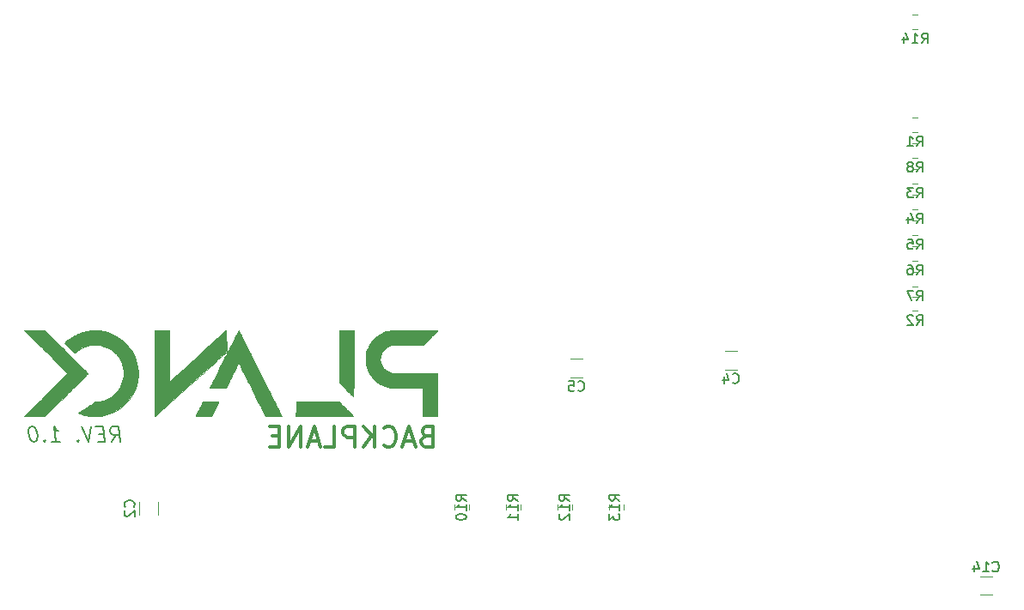
<source format=gbr>
G04 #@! TF.GenerationSoftware,KiCad,Pcbnew,(5.1.6-0-10_14)*
G04 #@! TF.CreationDate,2021-01-15T21:25:49+01:00*
G04 #@! TF.ProjectId,backplane,6261636b-706c-4616-9e65-2e6b69636164,rev?*
G04 #@! TF.SameCoordinates,Original*
G04 #@! TF.FileFunction,Legend,Bot*
G04 #@! TF.FilePolarity,Positive*
%FSLAX46Y46*%
G04 Gerber Fmt 4.6, Leading zero omitted, Abs format (unit mm)*
G04 Created by KiCad (PCBNEW (5.1.6-0-10_14)) date 2021-01-15 21:25:49*
%MOMM*%
%LPD*%
G01*
G04 APERTURE LIST*
%ADD10C,0.300000*%
%ADD11C,0.200000*%
%ADD12C,0.120000*%
%ADD13C,0.010000*%
%ADD14C,0.150000*%
G04 APERTURE END LIST*
D10*
X40826142Y-79867142D02*
X40540428Y-79962380D01*
X40445190Y-80057619D01*
X40349952Y-80248095D01*
X40349952Y-80533809D01*
X40445190Y-80724285D01*
X40540428Y-80819523D01*
X40730904Y-80914761D01*
X41492809Y-80914761D01*
X41492809Y-78914761D01*
X40826142Y-78914761D01*
X40635666Y-79010000D01*
X40540428Y-79105238D01*
X40445190Y-79295714D01*
X40445190Y-79486190D01*
X40540428Y-79676666D01*
X40635666Y-79771904D01*
X40826142Y-79867142D01*
X41492809Y-79867142D01*
X39588047Y-80343333D02*
X38635666Y-80343333D01*
X39778523Y-80914761D02*
X39111857Y-78914761D01*
X38445190Y-80914761D01*
X36635666Y-80724285D02*
X36730904Y-80819523D01*
X37016619Y-80914761D01*
X37207095Y-80914761D01*
X37492809Y-80819523D01*
X37683285Y-80629047D01*
X37778523Y-80438571D01*
X37873761Y-80057619D01*
X37873761Y-79771904D01*
X37778523Y-79390952D01*
X37683285Y-79200476D01*
X37492809Y-79010000D01*
X37207095Y-78914761D01*
X37016619Y-78914761D01*
X36730904Y-79010000D01*
X36635666Y-79105238D01*
X35778523Y-80914761D02*
X35778523Y-78914761D01*
X34635666Y-80914761D02*
X35492809Y-79771904D01*
X34635666Y-78914761D02*
X35778523Y-80057619D01*
X33778523Y-80914761D02*
X33778523Y-78914761D01*
X33016619Y-78914761D01*
X32826142Y-79010000D01*
X32730904Y-79105238D01*
X32635666Y-79295714D01*
X32635666Y-79581428D01*
X32730904Y-79771904D01*
X32826142Y-79867142D01*
X33016619Y-79962380D01*
X33778523Y-79962380D01*
X30826142Y-80914761D02*
X31778523Y-80914761D01*
X31778523Y-78914761D01*
X30254714Y-80343333D02*
X29302333Y-80343333D01*
X30445190Y-80914761D02*
X29778523Y-78914761D01*
X29111857Y-80914761D01*
X28445190Y-80914761D02*
X28445190Y-78914761D01*
X27302333Y-80914761D01*
X27302333Y-78914761D01*
X26349952Y-79867142D02*
X25683285Y-79867142D01*
X25397571Y-80914761D02*
X26349952Y-80914761D01*
X26349952Y-78914761D01*
X25397571Y-78914761D01*
D11*
X9807964Y-80434571D02*
X10218678Y-79720285D01*
X10665107Y-80434571D02*
X10477607Y-78934571D01*
X9906178Y-78934571D01*
X9772250Y-79006000D01*
X9709750Y-79077428D01*
X9656178Y-79220285D01*
X9682964Y-79434571D01*
X9772250Y-79577428D01*
X9852607Y-79648857D01*
X10004392Y-79720285D01*
X10575821Y-79720285D01*
X9066892Y-79648857D02*
X8566892Y-79648857D01*
X8450821Y-80434571D02*
X9165107Y-80434571D01*
X8977607Y-78934571D01*
X8263321Y-78934571D01*
X7834750Y-78934571D02*
X7522250Y-80434571D01*
X6834750Y-78934571D01*
X6504392Y-80291714D02*
X6441892Y-80363142D01*
X6522250Y-80434571D01*
X6584750Y-80363142D01*
X6504392Y-80291714D01*
X6522250Y-80434571D01*
X3879392Y-80434571D02*
X4736535Y-80434571D01*
X4307964Y-80434571D02*
X4120464Y-78934571D01*
X4290107Y-79148857D01*
X4450821Y-79291714D01*
X4602607Y-79363142D01*
X3218678Y-80291714D02*
X3156178Y-80363142D01*
X3236535Y-80434571D01*
X3299035Y-80363142D01*
X3218678Y-80291714D01*
X3236535Y-80434571D01*
X2049035Y-78934571D02*
X1906178Y-78934571D01*
X1772250Y-79006000D01*
X1709750Y-79077428D01*
X1656178Y-79220285D01*
X1620464Y-79506000D01*
X1665107Y-79863142D01*
X1772250Y-80148857D01*
X1861535Y-80291714D01*
X1941892Y-80363142D01*
X2093678Y-80434571D01*
X2236535Y-80434571D01*
X2370464Y-80363142D01*
X2432964Y-80291714D01*
X2486535Y-80148857D01*
X2522250Y-79863142D01*
X2477607Y-79506000D01*
X2370464Y-79220285D01*
X2281178Y-79077428D01*
X2200821Y-79006000D01*
X2049035Y-78934571D01*
D12*
G04 #@! TO.C,C2*
X12552000Y-86392936D02*
X12552000Y-87597064D01*
X14372000Y-86392936D02*
X14372000Y-87597064D01*
G04 #@! TO.C,C5*
X55023936Y-72242000D02*
X56228064Y-72242000D01*
X55023936Y-74062000D02*
X56228064Y-74062000D01*
G04 #@! TO.C,C4*
X70263936Y-71480000D02*
X71468064Y-71480000D01*
X70263936Y-73300000D02*
X71468064Y-73300000D01*
D13*
G04 #@! TO.C,G\u002A\u002A\u002A*
G36*
X39581830Y-69426165D02*
G01*
X39291312Y-69426435D01*
X39005728Y-69426875D01*
X38729272Y-69427485D01*
X38466141Y-69428263D01*
X38220530Y-69429205D01*
X37996634Y-69430311D01*
X37798649Y-69431579D01*
X37630769Y-69433006D01*
X37497191Y-69434592D01*
X37402110Y-69436334D01*
X37349722Y-69438231D01*
X37342737Y-69438859D01*
X37089264Y-69482929D01*
X36851109Y-69543631D01*
X36626115Y-69621839D01*
X36412125Y-69718423D01*
X36206981Y-69834256D01*
X36008525Y-69970207D01*
X35986904Y-69986508D01*
X35765936Y-70172247D01*
X35566875Y-70376263D01*
X35390244Y-70597732D01*
X35236559Y-70835833D01*
X35106343Y-71089744D01*
X35000113Y-71358643D01*
X34918391Y-71641707D01*
X34905728Y-71696792D01*
X34896185Y-71753793D01*
X34888308Y-71828522D01*
X34882099Y-71917552D01*
X34877561Y-72017457D01*
X34874697Y-72124809D01*
X34873509Y-72236182D01*
X34873998Y-72348149D01*
X34876169Y-72457283D01*
X34880022Y-72560157D01*
X34885561Y-72653345D01*
X34892787Y-72733420D01*
X34901704Y-72796955D01*
X34904937Y-72813333D01*
X34974775Y-73083184D01*
X35063529Y-73334824D01*
X35171949Y-73569739D01*
X35300783Y-73789415D01*
X35450783Y-73995336D01*
X35571972Y-74135554D01*
X35755088Y-74319991D01*
X35944324Y-74483724D01*
X36140303Y-74627088D01*
X36343648Y-74750415D01*
X36554979Y-74854038D01*
X36774919Y-74938292D01*
X37004091Y-75003508D01*
X37243116Y-75050020D01*
X37292621Y-75057171D01*
X37326139Y-75061479D01*
X37361274Y-75065155D01*
X37402049Y-75068249D01*
X37452487Y-75070811D01*
X37516610Y-75072890D01*
X37598440Y-75074537D01*
X37702001Y-75075802D01*
X37831315Y-75076735D01*
X37990404Y-75077385D01*
X38183291Y-75077804D01*
X38413998Y-75078040D01*
X38686549Y-75078144D01*
X38981317Y-75078167D01*
X40515976Y-75078167D01*
X40515976Y-77893333D01*
X41929843Y-77893333D01*
X41929843Y-73660553D01*
X39740830Y-73657631D01*
X37551816Y-73654708D01*
X37412766Y-73626888D01*
X37242245Y-73581629D01*
X37082976Y-73517336D01*
X36935738Y-73435664D01*
X36801315Y-73338268D01*
X36680488Y-73226804D01*
X36574037Y-73102927D01*
X36482746Y-72968293D01*
X36407394Y-72824557D01*
X36348765Y-72673374D01*
X36307639Y-72516401D01*
X36284798Y-72355292D01*
X36281024Y-72191704D01*
X36297098Y-72027290D01*
X36333802Y-71863708D01*
X36391917Y-71702611D01*
X36449192Y-71585927D01*
X36535106Y-71450980D01*
X36638528Y-71324763D01*
X36756826Y-71209336D01*
X36887371Y-71106757D01*
X37027532Y-71019086D01*
X37174679Y-70948381D01*
X37326182Y-70896702D01*
X37331401Y-70895298D01*
X37372143Y-70885124D01*
X37414958Y-70876410D01*
X37463849Y-70869043D01*
X37522816Y-70862911D01*
X37595861Y-70857900D01*
X37686985Y-70853897D01*
X37800190Y-70850789D01*
X37939478Y-70848463D01*
X38108849Y-70846806D01*
X38312306Y-70845705D01*
X38553850Y-70845047D01*
X38837482Y-70844718D01*
X39124850Y-70844611D01*
X40528379Y-70844390D01*
X41222910Y-70145753D01*
X41337266Y-70030695D01*
X41445978Y-69921265D01*
X41547489Y-69819034D01*
X41640242Y-69725571D01*
X41722680Y-69642449D01*
X41793246Y-69571236D01*
X41850383Y-69513504D01*
X41892534Y-69470823D01*
X41918142Y-69444762D01*
X41925709Y-69436891D01*
X41903235Y-69434972D01*
X41835348Y-69433246D01*
X41726246Y-69431710D01*
X41580122Y-69430363D01*
X41401173Y-69429203D01*
X41193593Y-69428228D01*
X40961579Y-69427436D01*
X40709326Y-69426826D01*
X40441029Y-69426396D01*
X40160884Y-69426144D01*
X39873085Y-69426067D01*
X39581830Y-69426165D01*
G37*
X39581830Y-69426165D02*
X39291312Y-69426435D01*
X39005728Y-69426875D01*
X38729272Y-69427485D01*
X38466141Y-69428263D01*
X38220530Y-69429205D01*
X37996634Y-69430311D01*
X37798649Y-69431579D01*
X37630769Y-69433006D01*
X37497191Y-69434592D01*
X37402110Y-69436334D01*
X37349722Y-69438231D01*
X37342737Y-69438859D01*
X37089264Y-69482929D01*
X36851109Y-69543631D01*
X36626115Y-69621839D01*
X36412125Y-69718423D01*
X36206981Y-69834256D01*
X36008525Y-69970207D01*
X35986904Y-69986508D01*
X35765936Y-70172247D01*
X35566875Y-70376263D01*
X35390244Y-70597732D01*
X35236559Y-70835833D01*
X35106343Y-71089744D01*
X35000113Y-71358643D01*
X34918391Y-71641707D01*
X34905728Y-71696792D01*
X34896185Y-71753793D01*
X34888308Y-71828522D01*
X34882099Y-71917552D01*
X34877561Y-72017457D01*
X34874697Y-72124809D01*
X34873509Y-72236182D01*
X34873998Y-72348149D01*
X34876169Y-72457283D01*
X34880022Y-72560157D01*
X34885561Y-72653345D01*
X34892787Y-72733420D01*
X34901704Y-72796955D01*
X34904937Y-72813333D01*
X34974775Y-73083184D01*
X35063529Y-73334824D01*
X35171949Y-73569739D01*
X35300783Y-73789415D01*
X35450783Y-73995336D01*
X35571972Y-74135554D01*
X35755088Y-74319991D01*
X35944324Y-74483724D01*
X36140303Y-74627088D01*
X36343648Y-74750415D01*
X36554979Y-74854038D01*
X36774919Y-74938292D01*
X37004091Y-75003508D01*
X37243116Y-75050020D01*
X37292621Y-75057171D01*
X37326139Y-75061479D01*
X37361274Y-75065155D01*
X37402049Y-75068249D01*
X37452487Y-75070811D01*
X37516610Y-75072890D01*
X37598440Y-75074537D01*
X37702001Y-75075802D01*
X37831315Y-75076735D01*
X37990404Y-75077385D01*
X38183291Y-75077804D01*
X38413998Y-75078040D01*
X38686549Y-75078144D01*
X38981317Y-75078167D01*
X40515976Y-75078167D01*
X40515976Y-77893333D01*
X41929843Y-77893333D01*
X41929843Y-73660553D01*
X39740830Y-73657631D01*
X37551816Y-73654708D01*
X37412766Y-73626888D01*
X37242245Y-73581629D01*
X37082976Y-73517336D01*
X36935738Y-73435664D01*
X36801315Y-73338268D01*
X36680488Y-73226804D01*
X36574037Y-73102927D01*
X36482746Y-72968293D01*
X36407394Y-72824557D01*
X36348765Y-72673374D01*
X36307639Y-72516401D01*
X36284798Y-72355292D01*
X36281024Y-72191704D01*
X36297098Y-72027290D01*
X36333802Y-71863708D01*
X36391917Y-71702611D01*
X36449192Y-71585927D01*
X36535106Y-71450980D01*
X36638528Y-71324763D01*
X36756826Y-71209336D01*
X36887371Y-71106757D01*
X37027532Y-71019086D01*
X37174679Y-70948381D01*
X37326182Y-70896702D01*
X37331401Y-70895298D01*
X37372143Y-70885124D01*
X37414958Y-70876410D01*
X37463849Y-70869043D01*
X37522816Y-70862911D01*
X37595861Y-70857900D01*
X37686985Y-70853897D01*
X37800190Y-70850789D01*
X37939478Y-70848463D01*
X38108849Y-70846806D01*
X38312306Y-70845705D01*
X38553850Y-70845047D01*
X38837482Y-70844718D01*
X39124850Y-70844611D01*
X40528379Y-70844390D01*
X41222910Y-70145753D01*
X41337266Y-70030695D01*
X41445978Y-69921265D01*
X41547489Y-69819034D01*
X41640242Y-69725571D01*
X41722680Y-69642449D01*
X41793246Y-69571236D01*
X41850383Y-69513504D01*
X41892534Y-69470823D01*
X41918142Y-69444762D01*
X41925709Y-69436891D01*
X41903235Y-69434972D01*
X41835348Y-69433246D01*
X41726246Y-69431710D01*
X41580122Y-69430363D01*
X41401173Y-69429203D01*
X41193593Y-69428228D01*
X40961579Y-69427436D01*
X40709326Y-69426826D01*
X40441029Y-69426396D01*
X40160884Y-69426144D01*
X39873085Y-69426067D01*
X39581830Y-69426165D01*
G36*
X31148405Y-76476727D02*
G01*
X30869000Y-76476917D01*
X30546566Y-76477247D01*
X30178001Y-76477692D01*
X30129739Y-76477753D01*
X28002011Y-76480458D01*
X27995634Y-77186896D01*
X27989258Y-77893333D01*
X30817168Y-77893333D01*
X31187249Y-77893256D01*
X31543195Y-77893031D01*
X31881897Y-77892667D01*
X32200244Y-77892176D01*
X32495125Y-77891567D01*
X32763432Y-77890849D01*
X33002053Y-77890032D01*
X33207879Y-77889127D01*
X33377799Y-77888144D01*
X33508703Y-77887091D01*
X33597481Y-77885980D01*
X33641023Y-77884819D01*
X33645078Y-77884337D01*
X33635625Y-77873333D01*
X33608305Y-77844439D01*
X33564673Y-77799240D01*
X33506287Y-77739323D01*
X33434703Y-77666272D01*
X33351477Y-77581675D01*
X33258166Y-77487118D01*
X33156327Y-77384185D01*
X33047516Y-77274464D01*
X32967343Y-77193774D01*
X32854131Y-77079888D01*
X32746390Y-76971441D01*
X32645722Y-76870047D01*
X32553728Y-76777325D01*
X32472011Y-76694890D01*
X32402172Y-76624358D01*
X32345812Y-76567346D01*
X32304535Y-76525470D01*
X32279940Y-76500348D01*
X32273537Y-76493628D01*
X32268647Y-76490362D01*
X32257934Y-76487509D01*
X32238298Y-76485048D01*
X32206636Y-76482956D01*
X32159850Y-76481209D01*
X32094839Y-76479785D01*
X32008501Y-76478660D01*
X31897737Y-76477812D01*
X31759446Y-76477217D01*
X31590527Y-76476854D01*
X31387880Y-76476698D01*
X31148405Y-76476727D01*
G37*
X31148405Y-76476727D02*
X30869000Y-76476917D01*
X30546566Y-76477247D01*
X30178001Y-76477692D01*
X30129739Y-76477753D01*
X28002011Y-76480458D01*
X27995634Y-77186896D01*
X27989258Y-77893333D01*
X30817168Y-77893333D01*
X31187249Y-77893256D01*
X31543195Y-77893031D01*
X31881897Y-77892667D01*
X32200244Y-77892176D01*
X32495125Y-77891567D01*
X32763432Y-77890849D01*
X33002053Y-77890032D01*
X33207879Y-77889127D01*
X33377799Y-77888144D01*
X33508703Y-77887091D01*
X33597481Y-77885980D01*
X33641023Y-77884819D01*
X33645078Y-77884337D01*
X33635625Y-77873333D01*
X33608305Y-77844439D01*
X33564673Y-77799240D01*
X33506287Y-77739323D01*
X33434703Y-77666272D01*
X33351477Y-77581675D01*
X33258166Y-77487118D01*
X33156327Y-77384185D01*
X33047516Y-77274464D01*
X32967343Y-77193774D01*
X32854131Y-77079888D01*
X32746390Y-76971441D01*
X32645722Y-76870047D01*
X32553728Y-76777325D01*
X32472011Y-76694890D01*
X32402172Y-76624358D01*
X32345812Y-76567346D01*
X32304535Y-76525470D01*
X32279940Y-76500348D01*
X32273537Y-76493628D01*
X32268647Y-76490362D01*
X32257934Y-76487509D01*
X32238298Y-76485048D01*
X32206636Y-76482956D01*
X32159850Y-76481209D01*
X32094839Y-76479785D01*
X32008501Y-76478660D01*
X31897737Y-76477812D01*
X31759446Y-76477217D01*
X31590527Y-76476854D01*
X31387880Y-76476698D01*
X31148405Y-76476727D01*
G36*
X22329831Y-69454967D02*
G01*
X22313235Y-69483741D01*
X22287536Y-69530856D01*
X22253341Y-69595130D01*
X22211259Y-69675382D01*
X22161898Y-69770429D01*
X22105867Y-69879091D01*
X22043774Y-70000186D01*
X21976226Y-70132533D01*
X21903833Y-70274950D01*
X21827202Y-70426256D01*
X21746942Y-70585268D01*
X21663661Y-70750806D01*
X21617536Y-70842715D01*
X21515328Y-71046549D01*
X21404497Y-71267570D01*
X21286782Y-71502313D01*
X21163919Y-71747317D01*
X21037644Y-71999117D01*
X20909695Y-72254251D01*
X20781807Y-72509255D01*
X20655719Y-72760667D01*
X20533166Y-73005023D01*
X20415886Y-73238860D01*
X20305615Y-73458715D01*
X20209963Y-73649417D01*
X20125322Y-73818255D01*
X20043591Y-73981476D01*
X19965368Y-74137873D01*
X19891252Y-74286242D01*
X19821842Y-74425377D01*
X19757737Y-74554073D01*
X19699536Y-74671126D01*
X19647837Y-74775329D01*
X19603241Y-74865478D01*
X19566345Y-74940368D01*
X19537748Y-74998794D01*
X19518050Y-75039550D01*
X19507849Y-75061431D01*
X19506496Y-75064937D01*
X19516961Y-75068762D01*
X19551147Y-75071827D01*
X19613152Y-75074201D01*
X19707076Y-75075952D01*
X19837017Y-75077148D01*
X20007076Y-75077858D01*
X20221350Y-75078150D01*
X20298484Y-75078167D01*
X20518264Y-75078096D01*
X20693536Y-75077807D01*
X20829404Y-75077181D01*
X20930969Y-75076101D01*
X21003333Y-75074449D01*
X21051599Y-75072109D01*
X21080869Y-75068962D01*
X21096244Y-75064892D01*
X21102827Y-75059780D01*
X21102918Y-75059646D01*
X21109587Y-75047073D01*
X21125906Y-75015105D01*
X21151218Y-74965049D01*
X21184868Y-74898215D01*
X21226201Y-74815912D01*
X21274561Y-74719447D01*
X21329292Y-74610132D01*
X21389740Y-74489273D01*
X21455248Y-74358181D01*
X21525161Y-74218163D01*
X21598824Y-74070529D01*
X21675581Y-73916588D01*
X21717662Y-73832148D01*
X21795668Y-73675943D01*
X21871018Y-73525739D01*
X21943058Y-73382808D01*
X22011130Y-73248421D01*
X22074579Y-73123853D01*
X22132749Y-73010373D01*
X22184984Y-72909255D01*
X22230628Y-72821771D01*
X22269025Y-72749192D01*
X22299520Y-72692792D01*
X22321455Y-72653841D01*
X22334176Y-72633613D01*
X22337037Y-72630940D01*
X22349909Y-72644419D01*
X22368445Y-72672975D01*
X22389005Y-72710891D01*
X22392550Y-72718083D01*
X22403704Y-72740671D01*
X22424698Y-72782774D01*
X22454938Y-72843213D01*
X22493831Y-72920809D01*
X22540783Y-73014386D01*
X22595202Y-73122763D01*
X22656493Y-73244762D01*
X22724063Y-73379205D01*
X22797320Y-73524914D01*
X22875668Y-73680709D01*
X22958516Y-73845413D01*
X23045270Y-74017847D01*
X23135336Y-74196833D01*
X23228121Y-74381191D01*
X23323031Y-74569744D01*
X23419474Y-74761312D01*
X23516856Y-74954718D01*
X23614583Y-75148783D01*
X23712062Y-75342329D01*
X23808700Y-75534176D01*
X23903903Y-75723148D01*
X23997078Y-75908064D01*
X24087632Y-76087746D01*
X24174971Y-76261017D01*
X24258501Y-76426697D01*
X24337630Y-76583608D01*
X24411764Y-76730572D01*
X24480310Y-76866410D01*
X24542674Y-76989944D01*
X24598263Y-77099994D01*
X24646483Y-77195383D01*
X24686741Y-77274933D01*
X24718444Y-77337464D01*
X24719878Y-77340287D01*
X25000644Y-77893199D01*
X25788193Y-77893266D01*
X25980180Y-77893088D01*
X26155250Y-77892554D01*
X26307509Y-77891709D01*
X26431062Y-77890601D01*
X26520018Y-77889279D01*
X26568482Y-77887790D01*
X26575742Y-77886921D01*
X26570654Y-77875933D01*
X26555828Y-77845564D01*
X26531920Y-77797127D01*
X26499585Y-77731939D01*
X26459480Y-77651313D01*
X26412261Y-77556566D01*
X26358584Y-77449011D01*
X26299104Y-77329965D01*
X26234478Y-77200741D01*
X26165361Y-77062656D01*
X26092410Y-76917023D01*
X26016280Y-76765158D01*
X25991032Y-76714817D01*
X25903391Y-76540094D01*
X25807006Y-76347940D01*
X25703515Y-76141621D01*
X25594557Y-75924403D01*
X25481770Y-75699553D01*
X25366792Y-75470337D01*
X25251262Y-75240021D01*
X25136819Y-75011871D01*
X25025101Y-74789155D01*
X24917747Y-74575139D01*
X24816394Y-74373088D01*
X24753333Y-74247375D01*
X24670201Y-74081624D01*
X24577932Y-73897617D01*
X24477751Y-73697797D01*
X24370883Y-73484606D01*
X24258551Y-73260488D01*
X24141981Y-73027887D01*
X24022396Y-72789245D01*
X23901020Y-72547005D01*
X23779079Y-72303612D01*
X23657795Y-72061508D01*
X23538394Y-71823136D01*
X23422100Y-71590940D01*
X23310136Y-71367362D01*
X23226022Y-71199375D01*
X23131538Y-71010797D01*
X23039725Y-70827809D01*
X22951129Y-70651483D01*
X22866293Y-70482894D01*
X22785761Y-70323113D01*
X22710078Y-70173215D01*
X22639787Y-70034271D01*
X22575433Y-69907355D01*
X22517560Y-69793540D01*
X22466712Y-69693899D01*
X22423433Y-69609505D01*
X22388267Y-69541431D01*
X22361759Y-69490749D01*
X22344452Y-69458534D01*
X22336890Y-69445857D01*
X22336716Y-69445715D01*
X22329831Y-69454967D01*
G37*
X22329831Y-69454967D02*
X22313235Y-69483741D01*
X22287536Y-69530856D01*
X22253341Y-69595130D01*
X22211259Y-69675382D01*
X22161898Y-69770429D01*
X22105867Y-69879091D01*
X22043774Y-70000186D01*
X21976226Y-70132533D01*
X21903833Y-70274950D01*
X21827202Y-70426256D01*
X21746942Y-70585268D01*
X21663661Y-70750806D01*
X21617536Y-70842715D01*
X21515328Y-71046549D01*
X21404497Y-71267570D01*
X21286782Y-71502313D01*
X21163919Y-71747317D01*
X21037644Y-71999117D01*
X20909695Y-72254251D01*
X20781807Y-72509255D01*
X20655719Y-72760667D01*
X20533166Y-73005023D01*
X20415886Y-73238860D01*
X20305615Y-73458715D01*
X20209963Y-73649417D01*
X20125322Y-73818255D01*
X20043591Y-73981476D01*
X19965368Y-74137873D01*
X19891252Y-74286242D01*
X19821842Y-74425377D01*
X19757737Y-74554073D01*
X19699536Y-74671126D01*
X19647837Y-74775329D01*
X19603241Y-74865478D01*
X19566345Y-74940368D01*
X19537748Y-74998794D01*
X19518050Y-75039550D01*
X19507849Y-75061431D01*
X19506496Y-75064937D01*
X19516961Y-75068762D01*
X19551147Y-75071827D01*
X19613152Y-75074201D01*
X19707076Y-75075952D01*
X19837017Y-75077148D01*
X20007076Y-75077858D01*
X20221350Y-75078150D01*
X20298484Y-75078167D01*
X20518264Y-75078096D01*
X20693536Y-75077807D01*
X20829404Y-75077181D01*
X20930969Y-75076101D01*
X21003333Y-75074449D01*
X21051599Y-75072109D01*
X21080869Y-75068962D01*
X21096244Y-75064892D01*
X21102827Y-75059780D01*
X21102918Y-75059646D01*
X21109587Y-75047073D01*
X21125906Y-75015105D01*
X21151218Y-74965049D01*
X21184868Y-74898215D01*
X21226201Y-74815912D01*
X21274561Y-74719447D01*
X21329292Y-74610132D01*
X21389740Y-74489273D01*
X21455248Y-74358181D01*
X21525161Y-74218163D01*
X21598824Y-74070529D01*
X21675581Y-73916588D01*
X21717662Y-73832148D01*
X21795668Y-73675943D01*
X21871018Y-73525739D01*
X21943058Y-73382808D01*
X22011130Y-73248421D01*
X22074579Y-73123853D01*
X22132749Y-73010373D01*
X22184984Y-72909255D01*
X22230628Y-72821771D01*
X22269025Y-72749192D01*
X22299520Y-72692792D01*
X22321455Y-72653841D01*
X22334176Y-72633613D01*
X22337037Y-72630940D01*
X22349909Y-72644419D01*
X22368445Y-72672975D01*
X22389005Y-72710891D01*
X22392550Y-72718083D01*
X22403704Y-72740671D01*
X22424698Y-72782774D01*
X22454938Y-72843213D01*
X22493831Y-72920809D01*
X22540783Y-73014386D01*
X22595202Y-73122763D01*
X22656493Y-73244762D01*
X22724063Y-73379205D01*
X22797320Y-73524914D01*
X22875668Y-73680709D01*
X22958516Y-73845413D01*
X23045270Y-74017847D01*
X23135336Y-74196833D01*
X23228121Y-74381191D01*
X23323031Y-74569744D01*
X23419474Y-74761312D01*
X23516856Y-74954718D01*
X23614583Y-75148783D01*
X23712062Y-75342329D01*
X23808700Y-75534176D01*
X23903903Y-75723148D01*
X23997078Y-75908064D01*
X24087632Y-76087746D01*
X24174971Y-76261017D01*
X24258501Y-76426697D01*
X24337630Y-76583608D01*
X24411764Y-76730572D01*
X24480310Y-76866410D01*
X24542674Y-76989944D01*
X24598263Y-77099994D01*
X24646483Y-77195383D01*
X24686741Y-77274933D01*
X24718444Y-77337464D01*
X24719878Y-77340287D01*
X25000644Y-77893199D01*
X25788193Y-77893266D01*
X25980180Y-77893088D01*
X26155250Y-77892554D01*
X26307509Y-77891709D01*
X26431062Y-77890601D01*
X26520018Y-77889279D01*
X26568482Y-77887790D01*
X26575742Y-77886921D01*
X26570654Y-77875933D01*
X26555828Y-77845564D01*
X26531920Y-77797127D01*
X26499585Y-77731939D01*
X26459480Y-77651313D01*
X26412261Y-77556566D01*
X26358584Y-77449011D01*
X26299104Y-77329965D01*
X26234478Y-77200741D01*
X26165361Y-77062656D01*
X26092410Y-76917023D01*
X26016280Y-76765158D01*
X25991032Y-76714817D01*
X25903391Y-76540094D01*
X25807006Y-76347940D01*
X25703515Y-76141621D01*
X25594557Y-75924403D01*
X25481770Y-75699553D01*
X25366792Y-75470337D01*
X25251262Y-75240021D01*
X25136819Y-75011871D01*
X25025101Y-74789155D01*
X24917747Y-74575139D01*
X24816394Y-74373088D01*
X24753333Y-74247375D01*
X24670201Y-74081624D01*
X24577932Y-73897617D01*
X24477751Y-73697797D01*
X24370883Y-73484606D01*
X24258551Y-73260488D01*
X24141981Y-73027887D01*
X24022396Y-72789245D01*
X23901020Y-72547005D01*
X23779079Y-72303612D01*
X23657795Y-72061508D01*
X23538394Y-71823136D01*
X23422100Y-71590940D01*
X23310136Y-71367362D01*
X23226022Y-71199375D01*
X23131538Y-71010797D01*
X23039725Y-70827809D01*
X22951129Y-70651483D01*
X22866293Y-70482894D01*
X22785761Y-70323113D01*
X22710078Y-70173215D01*
X22639787Y-70034271D01*
X22575433Y-69907355D01*
X22517560Y-69793540D01*
X22466712Y-69693899D01*
X22423433Y-69609505D01*
X22388267Y-69541431D01*
X22361759Y-69490749D01*
X22344452Y-69458534D01*
X22336890Y-69445857D01*
X22336716Y-69445715D01*
X22329831Y-69454967D01*
G36*
X19370297Y-76475629D02*
G01*
X19210782Y-76476264D01*
X19067743Y-76477246D01*
X18948523Y-76478577D01*
X18860462Y-76480253D01*
X18810903Y-76482276D01*
X18802813Y-76483444D01*
X18795810Y-76494821D01*
X18779486Y-76524821D01*
X18754893Y-76571368D01*
X18723085Y-76632387D01*
X18685115Y-76705801D01*
X18642038Y-76789535D01*
X18594906Y-76881514D01*
X18544773Y-76979661D01*
X18492693Y-77081900D01*
X18439719Y-77186157D01*
X18386906Y-77290355D01*
X18335305Y-77392419D01*
X18285971Y-77490272D01*
X18239958Y-77581840D01*
X18198319Y-77665046D01*
X18162107Y-77737815D01*
X18132377Y-77798070D01*
X18110181Y-77843737D01*
X18096573Y-77872740D01*
X18092539Y-77882846D01*
X18117021Y-77886009D01*
X18189207Y-77888640D01*
X18307206Y-77890712D01*
X18469126Y-77892201D01*
X18673075Y-77893081D01*
X18886289Y-77893333D01*
X19079059Y-77893075D01*
X19254935Y-77892344D01*
X19408047Y-77891204D01*
X19532522Y-77889717D01*
X19622492Y-77887948D01*
X19672087Y-77885959D01*
X19680039Y-77884746D01*
X19685070Y-77873190D01*
X19699598Y-77842654D01*
X19722775Y-77794862D01*
X19753754Y-77731536D01*
X19791686Y-77654397D01*
X19835724Y-77565170D01*
X19885020Y-77465575D01*
X19938726Y-77357336D01*
X19995994Y-77242175D01*
X20025109Y-77183720D01*
X20083630Y-77065831D01*
X20138684Y-76954030D01*
X20189454Y-76850039D01*
X20235121Y-76755576D01*
X20274866Y-76672362D01*
X20307872Y-76602117D01*
X20333318Y-76546560D01*
X20350387Y-76507410D01*
X20358261Y-76486389D01*
X20358509Y-76483224D01*
X20331499Y-76481033D01*
X20262229Y-76479199D01*
X20158040Y-76477721D01*
X20026276Y-76476597D01*
X19874277Y-76475827D01*
X19709387Y-76475410D01*
X19538946Y-76475344D01*
X19370297Y-76475629D01*
G37*
X19370297Y-76475629D02*
X19210782Y-76476264D01*
X19067743Y-76477246D01*
X18948523Y-76478577D01*
X18860462Y-76480253D01*
X18810903Y-76482276D01*
X18802813Y-76483444D01*
X18795810Y-76494821D01*
X18779486Y-76524821D01*
X18754893Y-76571368D01*
X18723085Y-76632387D01*
X18685115Y-76705801D01*
X18642038Y-76789535D01*
X18594906Y-76881514D01*
X18544773Y-76979661D01*
X18492693Y-77081900D01*
X18439719Y-77186157D01*
X18386906Y-77290355D01*
X18335305Y-77392419D01*
X18285971Y-77490272D01*
X18239958Y-77581840D01*
X18198319Y-77665046D01*
X18162107Y-77737815D01*
X18132377Y-77798070D01*
X18110181Y-77843737D01*
X18096573Y-77872740D01*
X18092539Y-77882846D01*
X18117021Y-77886009D01*
X18189207Y-77888640D01*
X18307206Y-77890712D01*
X18469126Y-77892201D01*
X18673075Y-77893081D01*
X18886289Y-77893333D01*
X19079059Y-77893075D01*
X19254935Y-77892344D01*
X19408047Y-77891204D01*
X19532522Y-77889717D01*
X19622492Y-77887948D01*
X19672087Y-77885959D01*
X19680039Y-77884746D01*
X19685070Y-77873190D01*
X19699598Y-77842654D01*
X19722775Y-77794862D01*
X19753754Y-77731536D01*
X19791686Y-77654397D01*
X19835724Y-77565170D01*
X19885020Y-77465575D01*
X19938726Y-77357336D01*
X19995994Y-77242175D01*
X20025109Y-77183720D01*
X20083630Y-77065831D01*
X20138684Y-76954030D01*
X20189454Y-76850039D01*
X20235121Y-76755576D01*
X20274866Y-76672362D01*
X20307872Y-76602117D01*
X20333318Y-76546560D01*
X20350387Y-76507410D01*
X20358261Y-76486389D01*
X20358509Y-76483224D01*
X20331499Y-76481033D01*
X20262229Y-76479199D01*
X20158040Y-76477721D01*
X20026276Y-76476597D01*
X19874277Y-76475827D01*
X19709387Y-76475410D01*
X19538946Y-76475344D01*
X19370297Y-76475629D01*
G36*
X14074179Y-73660000D02*
G01*
X14074196Y-73958116D01*
X14074244Y-74250821D01*
X14074323Y-74537405D01*
X14074431Y-74817160D01*
X14074568Y-75089377D01*
X14074733Y-75353348D01*
X14074923Y-75608365D01*
X14075139Y-75853719D01*
X14075379Y-76088702D01*
X14075643Y-76312605D01*
X14075928Y-76524719D01*
X14076233Y-76724337D01*
X14076559Y-76910750D01*
X14076903Y-77083249D01*
X14077265Y-77241126D01*
X14077643Y-77383673D01*
X14078036Y-77510181D01*
X14078444Y-77619941D01*
X14078864Y-77712246D01*
X14079297Y-77786386D01*
X14079740Y-77841653D01*
X14080194Y-77877339D01*
X14080656Y-77892736D01*
X14080767Y-77893333D01*
X14092822Y-77884224D01*
X14122650Y-77858803D01*
X14166997Y-77819928D01*
X14222606Y-77770459D01*
X14286223Y-77713255D01*
X14300670Y-77700187D01*
X14331313Y-77672539D01*
X14382228Y-77626723D01*
X14452362Y-77563685D01*
X14540663Y-77484368D01*
X14646078Y-77389718D01*
X14767554Y-77280677D01*
X14904039Y-77158191D01*
X15054481Y-77023204D01*
X15217826Y-76876660D01*
X15393022Y-76719504D01*
X15579016Y-76552679D01*
X15774756Y-76377131D01*
X15979189Y-76193803D01*
X16191262Y-76003640D01*
X16409924Y-75807586D01*
X16634120Y-75606586D01*
X16862799Y-75401583D01*
X16969754Y-75305708D01*
X17210256Y-75090123D01*
X17452275Y-74873174D01*
X17694378Y-74656148D01*
X17935131Y-74440329D01*
X18173102Y-74227002D01*
X18406857Y-74017452D01*
X18634962Y-73812963D01*
X18855986Y-73614821D01*
X19068494Y-73424311D01*
X19271053Y-73242716D01*
X19462231Y-73071323D01*
X19640593Y-72911416D01*
X19804707Y-72764280D01*
X19953139Y-72631199D01*
X20084456Y-72513459D01*
X20197225Y-72412345D01*
X20284636Y-72333962D01*
X21143751Y-71563549D01*
X21131113Y-69428299D01*
X18552311Y-71742587D01*
X18316803Y-71953936D01*
X18085526Y-72161483D01*
X17859489Y-72364325D01*
X17639698Y-72561558D01*
X17427162Y-72752275D01*
X17222890Y-72935574D01*
X17027889Y-73110549D01*
X16843167Y-73276296D01*
X16669733Y-73431910D01*
X16508595Y-73576487D01*
X16360760Y-73709123D01*
X16227238Y-73828912D01*
X16109036Y-73934950D01*
X16007161Y-74026334D01*
X15922623Y-74102157D01*
X15856430Y-74161516D01*
X15809589Y-74203507D01*
X15784243Y-74226208D01*
X15719015Y-74284570D01*
X15657787Y-74339357D01*
X15605183Y-74386433D01*
X15565825Y-74421659D01*
X15547714Y-74437875D01*
X15542611Y-74442171D01*
X15537886Y-74445052D01*
X15533523Y-74445740D01*
X15529504Y-74443458D01*
X15525814Y-74437429D01*
X15522435Y-74426876D01*
X15519351Y-74411021D01*
X15516545Y-74389087D01*
X15514001Y-74360298D01*
X15511700Y-74323875D01*
X15509628Y-74279042D01*
X15507766Y-74225022D01*
X15506099Y-74161037D01*
X15504609Y-74086310D01*
X15503280Y-74000065D01*
X15502095Y-73901523D01*
X15501037Y-73789908D01*
X15500090Y-73664443D01*
X15499236Y-73524350D01*
X15498460Y-73368852D01*
X15497744Y-73197173D01*
X15497072Y-73008534D01*
X15496426Y-72802158D01*
X15495791Y-72577270D01*
X15495148Y-72333090D01*
X15494483Y-72068843D01*
X15494197Y-71953437D01*
X15487944Y-69426667D01*
X14074179Y-69426667D01*
X14074179Y-73660000D01*
G37*
X14074179Y-73660000D02*
X14074196Y-73958116D01*
X14074244Y-74250821D01*
X14074323Y-74537405D01*
X14074431Y-74817160D01*
X14074568Y-75089377D01*
X14074733Y-75353348D01*
X14074923Y-75608365D01*
X14075139Y-75853719D01*
X14075379Y-76088702D01*
X14075643Y-76312605D01*
X14075928Y-76524719D01*
X14076233Y-76724337D01*
X14076559Y-76910750D01*
X14076903Y-77083249D01*
X14077265Y-77241126D01*
X14077643Y-77383673D01*
X14078036Y-77510181D01*
X14078444Y-77619941D01*
X14078864Y-77712246D01*
X14079297Y-77786386D01*
X14079740Y-77841653D01*
X14080194Y-77877339D01*
X14080656Y-77892736D01*
X14080767Y-77893333D01*
X14092822Y-77884224D01*
X14122650Y-77858803D01*
X14166997Y-77819928D01*
X14222606Y-77770459D01*
X14286223Y-77713255D01*
X14300670Y-77700187D01*
X14331313Y-77672539D01*
X14382228Y-77626723D01*
X14452362Y-77563685D01*
X14540663Y-77484368D01*
X14646078Y-77389718D01*
X14767554Y-77280677D01*
X14904039Y-77158191D01*
X15054481Y-77023204D01*
X15217826Y-76876660D01*
X15393022Y-76719504D01*
X15579016Y-76552679D01*
X15774756Y-76377131D01*
X15979189Y-76193803D01*
X16191262Y-76003640D01*
X16409924Y-75807586D01*
X16634120Y-75606586D01*
X16862799Y-75401583D01*
X16969754Y-75305708D01*
X17210256Y-75090123D01*
X17452275Y-74873174D01*
X17694378Y-74656148D01*
X17935131Y-74440329D01*
X18173102Y-74227002D01*
X18406857Y-74017452D01*
X18634962Y-73812963D01*
X18855986Y-73614821D01*
X19068494Y-73424311D01*
X19271053Y-73242716D01*
X19462231Y-73071323D01*
X19640593Y-72911416D01*
X19804707Y-72764280D01*
X19953139Y-72631199D01*
X20084456Y-72513459D01*
X20197225Y-72412345D01*
X20284636Y-72333962D01*
X21143751Y-71563549D01*
X21131113Y-69428299D01*
X18552311Y-71742587D01*
X18316803Y-71953936D01*
X18085526Y-72161483D01*
X17859489Y-72364325D01*
X17639698Y-72561558D01*
X17427162Y-72752275D01*
X17222890Y-72935574D01*
X17027889Y-73110549D01*
X16843167Y-73276296D01*
X16669733Y-73431910D01*
X16508595Y-73576487D01*
X16360760Y-73709123D01*
X16227238Y-73828912D01*
X16109036Y-73934950D01*
X16007161Y-74026334D01*
X15922623Y-74102157D01*
X15856430Y-74161516D01*
X15809589Y-74203507D01*
X15784243Y-74226208D01*
X15719015Y-74284570D01*
X15657787Y-74339357D01*
X15605183Y-74386433D01*
X15565825Y-74421659D01*
X15547714Y-74437875D01*
X15542611Y-74442171D01*
X15537886Y-74445052D01*
X15533523Y-74445740D01*
X15529504Y-74443458D01*
X15525814Y-74437429D01*
X15522435Y-74426876D01*
X15519351Y-74411021D01*
X15516545Y-74389087D01*
X15514001Y-74360298D01*
X15511700Y-74323875D01*
X15509628Y-74279042D01*
X15507766Y-74225022D01*
X15506099Y-74161037D01*
X15504609Y-74086310D01*
X15503280Y-74000065D01*
X15502095Y-73901523D01*
X15501037Y-73789908D01*
X15500090Y-73664443D01*
X15499236Y-73524350D01*
X15498460Y-73368852D01*
X15497744Y-73197173D01*
X15497072Y-73008534D01*
X15496426Y-72802158D01*
X15495791Y-72577270D01*
X15495148Y-72333090D01*
X15494483Y-72068843D01*
X15494197Y-71953437D01*
X15487944Y-69426667D01*
X14074179Y-69426667D01*
X14074179Y-73660000D01*
G36*
X8095925Y-69427473D02*
G01*
X7957777Y-69430200D01*
X7837682Y-69434841D01*
X7749114Y-69441321D01*
X7743993Y-69441893D01*
X7554697Y-69465772D01*
X7394006Y-69491176D01*
X7244373Y-69521545D01*
X7088249Y-69560321D01*
X6963139Y-69595044D01*
X6768322Y-69658269D01*
X6559822Y-69740119D01*
X6340793Y-69839307D01*
X6232444Y-69892903D01*
X6098188Y-69966290D01*
X5952483Y-70055041D01*
X5801553Y-70154740D01*
X5651621Y-70260973D01*
X5508910Y-70369324D01*
X5379643Y-70475378D01*
X5270043Y-70574722D01*
X5266421Y-70578235D01*
X5164506Y-70677386D01*
X5226916Y-70737297D01*
X5264147Y-70773172D01*
X5315627Y-70822976D01*
X5378864Y-70884281D01*
X5451365Y-70954660D01*
X5530638Y-71031686D01*
X5614190Y-71112933D01*
X5699527Y-71195973D01*
X5784159Y-71278380D01*
X5865591Y-71357726D01*
X5941331Y-71431585D01*
X6008886Y-71497529D01*
X6065764Y-71553132D01*
X6109473Y-71595967D01*
X6137518Y-71623607D01*
X6146633Y-71632757D01*
X6159106Y-71644586D01*
X6171470Y-71649563D01*
X6187786Y-71645447D01*
X6212111Y-71629995D01*
X6248506Y-71600965D01*
X6301030Y-71556115D01*
X6328651Y-71532216D01*
X6514058Y-71384343D01*
X6708008Y-71255094D01*
X6914461Y-71142016D01*
X7084411Y-71064437D01*
X7175814Y-71026928D01*
X7256839Y-70995511D01*
X7320086Y-70972922D01*
X7358159Y-70961895D01*
X7363499Y-70961250D01*
X7400010Y-70956374D01*
X7405853Y-70953312D01*
X7434970Y-70942147D01*
X7497094Y-70926308D01*
X7578926Y-70908721D01*
X7667168Y-70892308D01*
X7724571Y-70883236D01*
X7942136Y-70861515D01*
X8177078Y-70854524D01*
X8411398Y-70862268D01*
X8615732Y-70883087D01*
X8858540Y-70928845D01*
X9093314Y-70995179D01*
X9319440Y-71081733D01*
X9536303Y-71188154D01*
X9743288Y-71314089D01*
X9939782Y-71459183D01*
X10125171Y-71623083D01*
X10298839Y-71805435D01*
X10375501Y-71896502D01*
X10563780Y-72156804D01*
X10720249Y-72433285D01*
X10844871Y-72725867D01*
X10937608Y-73034473D01*
X10953699Y-73104375D01*
X10963494Y-73163349D01*
X10971528Y-73239986D01*
X10977799Y-73330793D01*
X10982308Y-73432280D01*
X10985055Y-73540955D01*
X10986040Y-73653328D01*
X10985263Y-73765907D01*
X10982724Y-73875200D01*
X10978423Y-73977717D01*
X10972359Y-74069967D01*
X10964534Y-74148457D01*
X10954947Y-74209698D01*
X10953699Y-74215625D01*
X10881243Y-74489559D01*
X10786351Y-74746699D01*
X10667596Y-74989424D01*
X10523548Y-75220116D01*
X10352777Y-75441154D01*
X10153856Y-75654921D01*
X10007166Y-75792542D01*
X9865665Y-75909448D01*
X9712705Y-76018678D01*
X9552394Y-76117998D01*
X9388839Y-76205177D01*
X9226145Y-76277982D01*
X9068420Y-76334183D01*
X8955276Y-76364223D01*
X8894769Y-76378879D01*
X8836654Y-76394330D01*
X8724655Y-76418978D01*
X8583438Y-76440371D01*
X8433382Y-76455711D01*
X8353740Y-76460588D01*
X8269139Y-76465126D01*
X8204081Y-76470154D01*
X8176396Y-76473871D01*
X8152173Y-76485597D01*
X8110900Y-76510345D01*
X8061076Y-76542991D01*
X8056030Y-76546438D01*
X8011345Y-76576739D01*
X7944334Y-76621728D01*
X7859630Y-76678324D01*
X7761868Y-76743447D01*
X7655681Y-76814016D01*
X7545702Y-76886951D01*
X7436567Y-76959172D01*
X7332908Y-77027597D01*
X7263748Y-77073125D01*
X7091873Y-77186318D01*
X6941257Y-77285947D01*
X6812816Y-77371393D01*
X6707467Y-77442041D01*
X6626127Y-77497274D01*
X6569711Y-77536475D01*
X6539137Y-77559027D01*
X6533554Y-77564442D01*
X6552190Y-77577797D01*
X6602588Y-77600572D01*
X6676485Y-77629684D01*
X6765615Y-77662049D01*
X6861715Y-77694582D01*
X6956522Y-77724199D01*
X6980039Y-77731070D01*
X7158783Y-77779076D01*
X7328546Y-77816633D01*
X7508094Y-77847354D01*
X7716194Y-77874850D01*
X7743993Y-77878107D01*
X7818923Y-77883972D01*
X7923461Y-77888463D01*
X8046352Y-77891515D01*
X8176343Y-77893061D01*
X8302180Y-77893037D01*
X8412608Y-77891377D01*
X8496375Y-77888015D01*
X8542226Y-77882886D01*
X8542734Y-77882750D01*
X8598093Y-77874125D01*
X8634117Y-77872329D01*
X8682388Y-77868235D01*
X8761200Y-77857651D01*
X8855958Y-77842874D01*
X8952069Y-77826197D01*
X9034936Y-77809915D01*
X9045029Y-77807714D01*
X9304308Y-77740774D01*
X9566286Y-77655075D01*
X9825847Y-77552761D01*
X10077877Y-77435976D01*
X10317261Y-77306864D01*
X10482073Y-77205417D01*
X10765638Y-77004432D01*
X11029089Y-76784693D01*
X11271987Y-76546873D01*
X11493892Y-76291648D01*
X11694365Y-76019693D01*
X11872968Y-75731684D01*
X12029261Y-75428295D01*
X12162805Y-75110202D01*
X12273161Y-74778081D01*
X12359889Y-74432605D01*
X12391880Y-74268542D01*
X12400549Y-74205533D01*
X12407713Y-74124714D01*
X12413374Y-74029432D01*
X12417531Y-73923033D01*
X12420185Y-73808864D01*
X12421335Y-73690271D01*
X12420982Y-73570602D01*
X12419126Y-73453203D01*
X12415766Y-73341420D01*
X12410903Y-73238601D01*
X12404537Y-73148091D01*
X12396668Y-73073239D01*
X12391856Y-73040875D01*
X12316689Y-72683565D01*
X12215307Y-72338802D01*
X12088175Y-72007401D01*
X11935760Y-71690178D01*
X11758527Y-71387950D01*
X11556941Y-71101533D01*
X11331468Y-70831743D01*
X11082573Y-70579396D01*
X10892542Y-70411805D01*
X10674053Y-70242551D01*
X10441697Y-70086368D01*
X10197868Y-69944312D01*
X9944960Y-69817440D01*
X9685364Y-69706807D01*
X9421474Y-69613470D01*
X9155683Y-69538484D01*
X8890383Y-69482906D01*
X8734970Y-69459635D01*
X8647831Y-69448542D01*
X8563579Y-69437764D01*
X8559577Y-69437250D01*
X8483953Y-69431550D01*
X8372487Y-69428072D01*
X8238653Y-69426738D01*
X8095925Y-69427473D01*
G37*
X8095925Y-69427473D02*
X7957777Y-69430200D01*
X7837682Y-69434841D01*
X7749114Y-69441321D01*
X7743993Y-69441893D01*
X7554697Y-69465772D01*
X7394006Y-69491176D01*
X7244373Y-69521545D01*
X7088249Y-69560321D01*
X6963139Y-69595044D01*
X6768322Y-69658269D01*
X6559822Y-69740119D01*
X6340793Y-69839307D01*
X6232444Y-69892903D01*
X6098188Y-69966290D01*
X5952483Y-70055041D01*
X5801553Y-70154740D01*
X5651621Y-70260973D01*
X5508910Y-70369324D01*
X5379643Y-70475378D01*
X5270043Y-70574722D01*
X5266421Y-70578235D01*
X5164506Y-70677386D01*
X5226916Y-70737297D01*
X5264147Y-70773172D01*
X5315627Y-70822976D01*
X5378864Y-70884281D01*
X5451365Y-70954660D01*
X5530638Y-71031686D01*
X5614190Y-71112933D01*
X5699527Y-71195973D01*
X5784159Y-71278380D01*
X5865591Y-71357726D01*
X5941331Y-71431585D01*
X6008886Y-71497529D01*
X6065764Y-71553132D01*
X6109473Y-71595967D01*
X6137518Y-71623607D01*
X6146633Y-71632757D01*
X6159106Y-71644586D01*
X6171470Y-71649563D01*
X6187786Y-71645447D01*
X6212111Y-71629995D01*
X6248506Y-71600965D01*
X6301030Y-71556115D01*
X6328651Y-71532216D01*
X6514058Y-71384343D01*
X6708008Y-71255094D01*
X6914461Y-71142016D01*
X7084411Y-71064437D01*
X7175814Y-71026928D01*
X7256839Y-70995511D01*
X7320086Y-70972922D01*
X7358159Y-70961895D01*
X7363499Y-70961250D01*
X7400010Y-70956374D01*
X7405853Y-70953312D01*
X7434970Y-70942147D01*
X7497094Y-70926308D01*
X7578926Y-70908721D01*
X7667168Y-70892308D01*
X7724571Y-70883236D01*
X7942136Y-70861515D01*
X8177078Y-70854524D01*
X8411398Y-70862268D01*
X8615732Y-70883087D01*
X8858540Y-70928845D01*
X9093314Y-70995179D01*
X9319440Y-71081733D01*
X9536303Y-71188154D01*
X9743288Y-71314089D01*
X9939782Y-71459183D01*
X10125171Y-71623083D01*
X10298839Y-71805435D01*
X10375501Y-71896502D01*
X10563780Y-72156804D01*
X10720249Y-72433285D01*
X10844871Y-72725867D01*
X10937608Y-73034473D01*
X10953699Y-73104375D01*
X10963494Y-73163349D01*
X10971528Y-73239986D01*
X10977799Y-73330793D01*
X10982308Y-73432280D01*
X10985055Y-73540955D01*
X10986040Y-73653328D01*
X10985263Y-73765907D01*
X10982724Y-73875200D01*
X10978423Y-73977717D01*
X10972359Y-74069967D01*
X10964534Y-74148457D01*
X10954947Y-74209698D01*
X10953699Y-74215625D01*
X10881243Y-74489559D01*
X10786351Y-74746699D01*
X10667596Y-74989424D01*
X10523548Y-75220116D01*
X10352777Y-75441154D01*
X10153856Y-75654921D01*
X10007166Y-75792542D01*
X9865665Y-75909448D01*
X9712705Y-76018678D01*
X9552394Y-76117998D01*
X9388839Y-76205177D01*
X9226145Y-76277982D01*
X9068420Y-76334183D01*
X8955276Y-76364223D01*
X8894769Y-76378879D01*
X8836654Y-76394330D01*
X8724655Y-76418978D01*
X8583438Y-76440371D01*
X8433382Y-76455711D01*
X8353740Y-76460588D01*
X8269139Y-76465126D01*
X8204081Y-76470154D01*
X8176396Y-76473871D01*
X8152173Y-76485597D01*
X8110900Y-76510345D01*
X8061076Y-76542991D01*
X8056030Y-76546438D01*
X8011345Y-76576739D01*
X7944334Y-76621728D01*
X7859630Y-76678324D01*
X7761868Y-76743447D01*
X7655681Y-76814016D01*
X7545702Y-76886951D01*
X7436567Y-76959172D01*
X7332908Y-77027597D01*
X7263748Y-77073125D01*
X7091873Y-77186318D01*
X6941257Y-77285947D01*
X6812816Y-77371393D01*
X6707467Y-77442041D01*
X6626127Y-77497274D01*
X6569711Y-77536475D01*
X6539137Y-77559027D01*
X6533554Y-77564442D01*
X6552190Y-77577797D01*
X6602588Y-77600572D01*
X6676485Y-77629684D01*
X6765615Y-77662049D01*
X6861715Y-77694582D01*
X6956522Y-77724199D01*
X6980039Y-77731070D01*
X7158783Y-77779076D01*
X7328546Y-77816633D01*
X7508094Y-77847354D01*
X7716194Y-77874850D01*
X7743993Y-77878107D01*
X7818923Y-77883972D01*
X7923461Y-77888463D01*
X8046352Y-77891515D01*
X8176343Y-77893061D01*
X8302180Y-77893037D01*
X8412608Y-77891377D01*
X8496375Y-77888015D01*
X8542226Y-77882886D01*
X8542734Y-77882750D01*
X8598093Y-77874125D01*
X8634117Y-77872329D01*
X8682388Y-77868235D01*
X8761200Y-77857651D01*
X8855958Y-77842874D01*
X8952069Y-77826197D01*
X9034936Y-77809915D01*
X9045029Y-77807714D01*
X9304308Y-77740774D01*
X9566286Y-77655075D01*
X9825847Y-77552761D01*
X10077877Y-77435976D01*
X10317261Y-77306864D01*
X10482073Y-77205417D01*
X10765638Y-77004432D01*
X11029089Y-76784693D01*
X11271987Y-76546873D01*
X11493892Y-76291648D01*
X11694365Y-76019693D01*
X11872968Y-75731684D01*
X12029261Y-75428295D01*
X12162805Y-75110202D01*
X12273161Y-74778081D01*
X12359889Y-74432605D01*
X12391880Y-74268542D01*
X12400549Y-74205533D01*
X12407713Y-74124714D01*
X12413374Y-74029432D01*
X12417531Y-73923033D01*
X12420185Y-73808864D01*
X12421335Y-73690271D01*
X12420982Y-73570602D01*
X12419126Y-73453203D01*
X12415766Y-73341420D01*
X12410903Y-73238601D01*
X12404537Y-73148091D01*
X12396668Y-73073239D01*
X12391856Y-73040875D01*
X12316689Y-72683565D01*
X12215307Y-72338802D01*
X12088175Y-72007401D01*
X11935760Y-71690178D01*
X11758527Y-71387950D01*
X11556941Y-71101533D01*
X11331468Y-70831743D01*
X11082573Y-70579396D01*
X10892542Y-70411805D01*
X10674053Y-70242551D01*
X10441697Y-70086368D01*
X10197868Y-69944312D01*
X9944960Y-69817440D01*
X9685364Y-69706807D01*
X9421474Y-69613470D01*
X9155683Y-69538484D01*
X8890383Y-69482906D01*
X8734970Y-69459635D01*
X8647831Y-69448542D01*
X8563579Y-69437764D01*
X8559577Y-69437250D01*
X8483953Y-69431550D01*
X8372487Y-69428072D01*
X8238653Y-69426738D01*
X8095925Y-69427473D01*
G36*
X1964551Y-69426793D02*
G01*
X1751835Y-69427205D01*
X1581322Y-69427951D01*
X1449309Y-69429082D01*
X1352094Y-69430647D01*
X1285976Y-69432694D01*
X1247252Y-69435275D01*
X1232221Y-69438437D01*
X1232030Y-69439896D01*
X1242803Y-69450754D01*
X1272206Y-69480178D01*
X1319344Y-69527273D01*
X1383321Y-69591146D01*
X1463242Y-69670904D01*
X1558210Y-69765654D01*
X1667331Y-69874502D01*
X1789707Y-69996556D01*
X1924444Y-70130921D01*
X2070645Y-70276704D01*
X2227415Y-70433013D01*
X2393858Y-70598953D01*
X2569079Y-70773632D01*
X2752180Y-70956157D01*
X2942268Y-71145633D01*
X3138446Y-71341168D01*
X3339818Y-71541869D01*
X3354561Y-71556562D01*
X5465105Y-73660000D01*
X3354561Y-75763437D01*
X3152848Y-75964477D01*
X2956265Y-76160416D01*
X2765706Y-76350360D01*
X2582069Y-76533417D01*
X2406249Y-76708694D01*
X2239141Y-76875297D01*
X2081641Y-77032332D01*
X1934645Y-77178907D01*
X1799049Y-77314127D01*
X1675749Y-77437101D01*
X1565639Y-77546934D01*
X1469617Y-77642734D01*
X1388578Y-77723607D01*
X1323418Y-77788659D01*
X1275031Y-77836997D01*
X1244315Y-77867729D01*
X1232165Y-77879961D01*
X1232030Y-77880104D01*
X1238513Y-77883517D01*
X1267190Y-77886329D01*
X1321766Y-77888587D01*
X1405944Y-77890341D01*
X1523427Y-77891642D01*
X1677919Y-77892538D01*
X1873123Y-77893078D01*
X2112743Y-77893314D01*
X2222322Y-77893333D01*
X3224601Y-77893333D01*
X4114544Y-77012271D01*
X4268406Y-76859924D01*
X4433549Y-76696369D01*
X4606532Y-76525016D01*
X4783914Y-76349277D01*
X4962251Y-76172563D01*
X5138102Y-75998284D01*
X5308024Y-75829852D01*
X5468576Y-75670678D01*
X5616315Y-75524172D01*
X5745865Y-75395667D01*
X5881540Y-75261102D01*
X6024245Y-75119645D01*
X6170784Y-74974455D01*
X6317965Y-74828696D01*
X6462592Y-74685529D01*
X6601471Y-74548115D01*
X6731408Y-74419617D01*
X6849210Y-74303196D01*
X6951680Y-74202014D01*
X6981688Y-74172407D01*
X7078593Y-74076486D01*
X7169213Y-73986139D01*
X7251670Y-73903285D01*
X7324082Y-73829843D01*
X7384572Y-73767733D01*
X7431261Y-73718873D01*
X7462268Y-73685183D01*
X7475715Y-73668581D01*
X7476133Y-73667460D01*
X7466483Y-73656121D01*
X7438172Y-73626296D01*
X7392153Y-73578943D01*
X7329381Y-73515018D01*
X7250809Y-73435478D01*
X7157393Y-73341279D01*
X7050085Y-73233377D01*
X6929841Y-73112730D01*
X6797615Y-72980295D01*
X6654361Y-72837026D01*
X6501032Y-72683882D01*
X6338585Y-72521818D01*
X6167972Y-72351792D01*
X5990148Y-72174759D01*
X5806067Y-71991677D01*
X5618875Y-71805677D01*
X5425200Y-71613321D01*
X5234250Y-71423655D01*
X5047167Y-71237816D01*
X4865096Y-71056941D01*
X4689179Y-70882167D01*
X4520561Y-70714630D01*
X4360385Y-70555466D01*
X4209795Y-70405813D01*
X4069934Y-70266807D01*
X3941947Y-70139584D01*
X3826976Y-70025281D01*
X3726166Y-69925035D01*
X3640659Y-69839981D01*
X3571601Y-69771258D01*
X3520133Y-69720000D01*
X3493958Y-69693896D01*
X3226299Y-69426667D01*
X2223171Y-69426667D01*
X1964551Y-69426793D01*
G37*
X1964551Y-69426793D02*
X1751835Y-69427205D01*
X1581322Y-69427951D01*
X1449309Y-69429082D01*
X1352094Y-69430647D01*
X1285976Y-69432694D01*
X1247252Y-69435275D01*
X1232221Y-69438437D01*
X1232030Y-69439896D01*
X1242803Y-69450754D01*
X1272206Y-69480178D01*
X1319344Y-69527273D01*
X1383321Y-69591146D01*
X1463242Y-69670904D01*
X1558210Y-69765654D01*
X1667331Y-69874502D01*
X1789707Y-69996556D01*
X1924444Y-70130921D01*
X2070645Y-70276704D01*
X2227415Y-70433013D01*
X2393858Y-70598953D01*
X2569079Y-70773632D01*
X2752180Y-70956157D01*
X2942268Y-71145633D01*
X3138446Y-71341168D01*
X3339818Y-71541869D01*
X3354561Y-71556562D01*
X5465105Y-73660000D01*
X3354561Y-75763437D01*
X3152848Y-75964477D01*
X2956265Y-76160416D01*
X2765706Y-76350360D01*
X2582069Y-76533417D01*
X2406249Y-76708694D01*
X2239141Y-76875297D01*
X2081641Y-77032332D01*
X1934645Y-77178907D01*
X1799049Y-77314127D01*
X1675749Y-77437101D01*
X1565639Y-77546934D01*
X1469617Y-77642734D01*
X1388578Y-77723607D01*
X1323418Y-77788659D01*
X1275031Y-77836997D01*
X1244315Y-77867729D01*
X1232165Y-77879961D01*
X1232030Y-77880104D01*
X1238513Y-77883517D01*
X1267190Y-77886329D01*
X1321766Y-77888587D01*
X1405944Y-77890341D01*
X1523427Y-77891642D01*
X1677919Y-77892538D01*
X1873123Y-77893078D01*
X2112743Y-77893314D01*
X2222322Y-77893333D01*
X3224601Y-77893333D01*
X4114544Y-77012271D01*
X4268406Y-76859924D01*
X4433549Y-76696369D01*
X4606532Y-76525016D01*
X4783914Y-76349277D01*
X4962251Y-76172563D01*
X5138102Y-75998284D01*
X5308024Y-75829852D01*
X5468576Y-75670678D01*
X5616315Y-75524172D01*
X5745865Y-75395667D01*
X5881540Y-75261102D01*
X6024245Y-75119645D01*
X6170784Y-74974455D01*
X6317965Y-74828696D01*
X6462592Y-74685529D01*
X6601471Y-74548115D01*
X6731408Y-74419617D01*
X6849210Y-74303196D01*
X6951680Y-74202014D01*
X6981688Y-74172407D01*
X7078593Y-74076486D01*
X7169213Y-73986139D01*
X7251670Y-73903285D01*
X7324082Y-73829843D01*
X7384572Y-73767733D01*
X7431261Y-73718873D01*
X7462268Y-73685183D01*
X7475715Y-73668581D01*
X7476133Y-73667460D01*
X7466483Y-73656121D01*
X7438172Y-73626296D01*
X7392153Y-73578943D01*
X7329381Y-73515018D01*
X7250809Y-73435478D01*
X7157393Y-73341279D01*
X7050085Y-73233377D01*
X6929841Y-73112730D01*
X6797615Y-72980295D01*
X6654361Y-72837026D01*
X6501032Y-72683882D01*
X6338585Y-72521818D01*
X6167972Y-72351792D01*
X5990148Y-72174759D01*
X5806067Y-71991677D01*
X5618875Y-71805677D01*
X5425200Y-71613321D01*
X5234250Y-71423655D01*
X5047167Y-71237816D01*
X4865096Y-71056941D01*
X4689179Y-70882167D01*
X4520561Y-70714630D01*
X4360385Y-70555466D01*
X4209795Y-70405813D01*
X4069934Y-70266807D01*
X3941947Y-70139584D01*
X3826976Y-70025281D01*
X3726166Y-69925035D01*
X3640659Y-69839981D01*
X3571601Y-69771258D01*
X3520133Y-69720000D01*
X3493958Y-69693896D01*
X3226299Y-69426667D01*
X2223171Y-69426667D01*
X1964551Y-69426793D01*
G36*
X32243613Y-74564875D02*
G01*
X32550340Y-74871792D01*
X32635428Y-74957003D01*
X32734890Y-75056730D01*
X32843769Y-75165994D01*
X32957109Y-75279818D01*
X33069951Y-75393224D01*
X33177339Y-75501233D01*
X33240688Y-75565000D01*
X33325560Y-75650147D01*
X33405057Y-75729296D01*
X33476974Y-75800298D01*
X33539110Y-75861005D01*
X33589261Y-75909269D01*
X33625225Y-75942941D01*
X33644799Y-75959873D01*
X33647096Y-75961346D01*
X33649231Y-75951805D01*
X33651281Y-75921596D01*
X33653244Y-75871215D01*
X33655116Y-75801160D01*
X33656893Y-75711928D01*
X33658572Y-75604016D01*
X33660149Y-75477924D01*
X33661621Y-75334147D01*
X33662985Y-75173183D01*
X33664236Y-74995530D01*
X33665372Y-74801686D01*
X33666389Y-74592147D01*
X33667283Y-74367411D01*
X33668051Y-74127976D01*
X33668690Y-73874340D01*
X33669196Y-73606999D01*
X33669566Y-73326452D01*
X33669796Y-73033195D01*
X33669882Y-72727726D01*
X33669883Y-72699033D01*
X33669883Y-69426667D01*
X32230911Y-69426667D01*
X32243613Y-74564875D01*
G37*
X32243613Y-74564875D02*
X32550340Y-74871792D01*
X32635428Y-74957003D01*
X32734890Y-75056730D01*
X32843769Y-75165994D01*
X32957109Y-75279818D01*
X33069951Y-75393224D01*
X33177339Y-75501233D01*
X33240688Y-75565000D01*
X33325560Y-75650147D01*
X33405057Y-75729296D01*
X33476974Y-75800298D01*
X33539110Y-75861005D01*
X33589261Y-75909269D01*
X33625225Y-75942941D01*
X33644799Y-75959873D01*
X33647096Y-75961346D01*
X33649231Y-75951805D01*
X33651281Y-75921596D01*
X33653244Y-75871215D01*
X33655116Y-75801160D01*
X33656893Y-75711928D01*
X33658572Y-75604016D01*
X33660149Y-75477924D01*
X33661621Y-75334147D01*
X33662985Y-75173183D01*
X33664236Y-74995530D01*
X33665372Y-74801686D01*
X33666389Y-74592147D01*
X33667283Y-74367411D01*
X33668051Y-74127976D01*
X33668690Y-73874340D01*
X33669196Y-73606999D01*
X33669566Y-73326452D01*
X33669796Y-73033195D01*
X33669882Y-72727726D01*
X33669883Y-72699033D01*
X33669883Y-69426667D01*
X32230911Y-69426667D01*
X32243613Y-74564875D01*
D12*
G04 #@! TO.C,R14*
X88765748Y-39699000D02*
X89288252Y-39699000D01*
X88765748Y-38279000D02*
X89288252Y-38279000D01*
G04 #@! TO.C,C14*
X96614064Y-95525000D02*
X95409936Y-95525000D01*
X96614064Y-93705000D02*
X95409936Y-93705000D01*
G04 #@! TO.C,R13*
X60273000Y-86606748D02*
X60273000Y-87129252D01*
X58853000Y-86606748D02*
X58853000Y-87129252D01*
G04 #@! TO.C,R12*
X55193000Y-86606748D02*
X55193000Y-87129252D01*
X53773000Y-86606748D02*
X53773000Y-87129252D01*
G04 #@! TO.C,R11*
X50113000Y-86606748D02*
X50113000Y-87129252D01*
X48693000Y-86606748D02*
X48693000Y-87129252D01*
G04 #@! TO.C,R10*
X45033000Y-86606748D02*
X45033000Y-87129252D01*
X43613000Y-86606748D02*
X43613000Y-87129252D01*
G04 #@! TO.C,R8*
X88765748Y-50979000D02*
X89288252Y-50979000D01*
X88765748Y-52399000D02*
X89288252Y-52399000D01*
G04 #@! TO.C,R7*
X88765748Y-63679000D02*
X89288252Y-63679000D01*
X88765748Y-65099000D02*
X89288252Y-65099000D01*
G04 #@! TO.C,R6*
X88756748Y-61139000D02*
X89279252Y-61139000D01*
X88756748Y-62559000D02*
X89279252Y-62559000D01*
G04 #@! TO.C,R5*
X88765748Y-58599000D02*
X89288252Y-58599000D01*
X88765748Y-60019000D02*
X89288252Y-60019000D01*
G04 #@! TO.C,R4*
X88756748Y-56059000D02*
X89279252Y-56059000D01*
X88756748Y-57479000D02*
X89279252Y-57479000D01*
G04 #@! TO.C,R3*
X88765748Y-53519000D02*
X89288252Y-53519000D01*
X88765748Y-54939000D02*
X89288252Y-54939000D01*
G04 #@! TO.C,R2*
X88765748Y-66092000D02*
X89288252Y-66092000D01*
X88765748Y-67512000D02*
X89288252Y-67512000D01*
G04 #@! TO.C,R1*
X88765748Y-48439000D02*
X89288252Y-48439000D01*
X88765748Y-49859000D02*
X89288252Y-49859000D01*
G04 #@! TO.C,C2*
D14*
X11999142Y-86828333D02*
X12046761Y-86780714D01*
X12094380Y-86637857D01*
X12094380Y-86542619D01*
X12046761Y-86399761D01*
X11951523Y-86304523D01*
X11856285Y-86256904D01*
X11665809Y-86209285D01*
X11522952Y-86209285D01*
X11332476Y-86256904D01*
X11237238Y-86304523D01*
X11142000Y-86399761D01*
X11094380Y-86542619D01*
X11094380Y-86637857D01*
X11142000Y-86780714D01*
X11189619Y-86828333D01*
X11189619Y-87209285D02*
X11142000Y-87256904D01*
X11094380Y-87352142D01*
X11094380Y-87590238D01*
X11142000Y-87685476D01*
X11189619Y-87733095D01*
X11284857Y-87780714D01*
X11380095Y-87780714D01*
X11522952Y-87733095D01*
X12094380Y-87161666D01*
X12094380Y-87780714D01*
G04 #@! TO.C,C5*
X55792666Y-75329142D02*
X55840285Y-75376761D01*
X55983142Y-75424380D01*
X56078380Y-75424380D01*
X56221238Y-75376761D01*
X56316476Y-75281523D01*
X56364095Y-75186285D01*
X56411714Y-74995809D01*
X56411714Y-74852952D01*
X56364095Y-74662476D01*
X56316476Y-74567238D01*
X56221238Y-74472000D01*
X56078380Y-74424380D01*
X55983142Y-74424380D01*
X55840285Y-74472000D01*
X55792666Y-74519619D01*
X54887904Y-74424380D02*
X55364095Y-74424380D01*
X55411714Y-74900571D01*
X55364095Y-74852952D01*
X55268857Y-74805333D01*
X55030761Y-74805333D01*
X54935523Y-74852952D01*
X54887904Y-74900571D01*
X54840285Y-74995809D01*
X54840285Y-75233904D01*
X54887904Y-75329142D01*
X54935523Y-75376761D01*
X55030761Y-75424380D01*
X55268857Y-75424380D01*
X55364095Y-75376761D01*
X55411714Y-75329142D01*
G04 #@! TO.C,C4*
X71032666Y-74567142D02*
X71080285Y-74614761D01*
X71223142Y-74662380D01*
X71318380Y-74662380D01*
X71461238Y-74614761D01*
X71556476Y-74519523D01*
X71604095Y-74424285D01*
X71651714Y-74233809D01*
X71651714Y-74090952D01*
X71604095Y-73900476D01*
X71556476Y-73805238D01*
X71461238Y-73710000D01*
X71318380Y-73662380D01*
X71223142Y-73662380D01*
X71080285Y-73710000D01*
X71032666Y-73757619D01*
X70175523Y-73995714D02*
X70175523Y-74662380D01*
X70413619Y-73614761D02*
X70651714Y-74329047D01*
X70032666Y-74329047D01*
G04 #@! TO.C,R14*
X89669857Y-41091380D02*
X90003190Y-40615190D01*
X90241285Y-41091380D02*
X90241285Y-40091380D01*
X89860333Y-40091380D01*
X89765095Y-40139000D01*
X89717476Y-40186619D01*
X89669857Y-40281857D01*
X89669857Y-40424714D01*
X89717476Y-40519952D01*
X89765095Y-40567571D01*
X89860333Y-40615190D01*
X90241285Y-40615190D01*
X88717476Y-41091380D02*
X89288904Y-41091380D01*
X89003190Y-41091380D02*
X89003190Y-40091380D01*
X89098428Y-40234238D01*
X89193666Y-40329476D01*
X89288904Y-40377095D01*
X87860333Y-40424714D02*
X87860333Y-41091380D01*
X88098428Y-40043761D02*
X88336523Y-40758047D01*
X87717476Y-40758047D01*
G04 #@! TO.C,C14*
X96654857Y-93152142D02*
X96702476Y-93199761D01*
X96845333Y-93247380D01*
X96940571Y-93247380D01*
X97083428Y-93199761D01*
X97178666Y-93104523D01*
X97226285Y-93009285D01*
X97273904Y-92818809D01*
X97273904Y-92675952D01*
X97226285Y-92485476D01*
X97178666Y-92390238D01*
X97083428Y-92295000D01*
X96940571Y-92247380D01*
X96845333Y-92247380D01*
X96702476Y-92295000D01*
X96654857Y-92342619D01*
X95702476Y-93247380D02*
X96273904Y-93247380D01*
X95988190Y-93247380D02*
X95988190Y-92247380D01*
X96083428Y-92390238D01*
X96178666Y-92485476D01*
X96273904Y-92533095D01*
X94845333Y-92580714D02*
X94845333Y-93247380D01*
X95083428Y-92199761D02*
X95321523Y-92914047D01*
X94702476Y-92914047D01*
G04 #@! TO.C,R13*
X59888380Y-86225142D02*
X59412190Y-85891809D01*
X59888380Y-85653714D02*
X58888380Y-85653714D01*
X58888380Y-86034666D01*
X58936000Y-86129904D01*
X58983619Y-86177523D01*
X59078857Y-86225142D01*
X59221714Y-86225142D01*
X59316952Y-86177523D01*
X59364571Y-86129904D01*
X59412190Y-86034666D01*
X59412190Y-85653714D01*
X59888380Y-87177523D02*
X59888380Y-86606095D01*
X59888380Y-86891809D02*
X58888380Y-86891809D01*
X59031238Y-86796571D01*
X59126476Y-86701333D01*
X59174095Y-86606095D01*
X58888380Y-87510857D02*
X58888380Y-88129904D01*
X59269333Y-87796571D01*
X59269333Y-87939428D01*
X59316952Y-88034666D01*
X59364571Y-88082285D01*
X59459809Y-88129904D01*
X59697904Y-88129904D01*
X59793142Y-88082285D01*
X59840761Y-88034666D01*
X59888380Y-87939428D01*
X59888380Y-87653714D01*
X59840761Y-87558476D01*
X59793142Y-87510857D01*
G04 #@! TO.C,R12*
X54935380Y-86225142D02*
X54459190Y-85891809D01*
X54935380Y-85653714D02*
X53935380Y-85653714D01*
X53935380Y-86034666D01*
X53983000Y-86129904D01*
X54030619Y-86177523D01*
X54125857Y-86225142D01*
X54268714Y-86225142D01*
X54363952Y-86177523D01*
X54411571Y-86129904D01*
X54459190Y-86034666D01*
X54459190Y-85653714D01*
X54935380Y-87177523D02*
X54935380Y-86606095D01*
X54935380Y-86891809D02*
X53935380Y-86891809D01*
X54078238Y-86796571D01*
X54173476Y-86701333D01*
X54221095Y-86606095D01*
X54030619Y-87558476D02*
X53983000Y-87606095D01*
X53935380Y-87701333D01*
X53935380Y-87939428D01*
X53983000Y-88034666D01*
X54030619Y-88082285D01*
X54125857Y-88129904D01*
X54221095Y-88129904D01*
X54363952Y-88082285D01*
X54935380Y-87510857D01*
X54935380Y-88129904D01*
G04 #@! TO.C,R11*
X49855380Y-86225142D02*
X49379190Y-85891809D01*
X49855380Y-85653714D02*
X48855380Y-85653714D01*
X48855380Y-86034666D01*
X48903000Y-86129904D01*
X48950619Y-86177523D01*
X49045857Y-86225142D01*
X49188714Y-86225142D01*
X49283952Y-86177523D01*
X49331571Y-86129904D01*
X49379190Y-86034666D01*
X49379190Y-85653714D01*
X49855380Y-87177523D02*
X49855380Y-86606095D01*
X49855380Y-86891809D02*
X48855380Y-86891809D01*
X48998238Y-86796571D01*
X49093476Y-86701333D01*
X49141095Y-86606095D01*
X49855380Y-88129904D02*
X49855380Y-87558476D01*
X49855380Y-87844190D02*
X48855380Y-87844190D01*
X48998238Y-87748952D01*
X49093476Y-87653714D01*
X49141095Y-87558476D01*
G04 #@! TO.C,R10*
X44775380Y-86225142D02*
X44299190Y-85891809D01*
X44775380Y-85653714D02*
X43775380Y-85653714D01*
X43775380Y-86034666D01*
X43823000Y-86129904D01*
X43870619Y-86177523D01*
X43965857Y-86225142D01*
X44108714Y-86225142D01*
X44203952Y-86177523D01*
X44251571Y-86129904D01*
X44299190Y-86034666D01*
X44299190Y-85653714D01*
X44775380Y-87177523D02*
X44775380Y-86606095D01*
X44775380Y-86891809D02*
X43775380Y-86891809D01*
X43918238Y-86796571D01*
X44013476Y-86701333D01*
X44061095Y-86606095D01*
X43775380Y-87796571D02*
X43775380Y-87891809D01*
X43823000Y-87987047D01*
X43870619Y-88034666D01*
X43965857Y-88082285D01*
X44156333Y-88129904D01*
X44394428Y-88129904D01*
X44584904Y-88082285D01*
X44680142Y-88034666D01*
X44727761Y-87987047D01*
X44775380Y-87891809D01*
X44775380Y-87796571D01*
X44727761Y-87701333D01*
X44680142Y-87653714D01*
X44584904Y-87606095D01*
X44394428Y-87558476D01*
X44156333Y-87558476D01*
X43965857Y-87606095D01*
X43870619Y-87653714D01*
X43823000Y-87701333D01*
X43775380Y-87796571D01*
G04 #@! TO.C,R8*
X89193666Y-53791380D02*
X89527000Y-53315190D01*
X89765095Y-53791380D02*
X89765095Y-52791380D01*
X89384142Y-52791380D01*
X89288904Y-52839000D01*
X89241285Y-52886619D01*
X89193666Y-52981857D01*
X89193666Y-53124714D01*
X89241285Y-53219952D01*
X89288904Y-53267571D01*
X89384142Y-53315190D01*
X89765095Y-53315190D01*
X88622238Y-53219952D02*
X88717476Y-53172333D01*
X88765095Y-53124714D01*
X88812714Y-53029476D01*
X88812714Y-52981857D01*
X88765095Y-52886619D01*
X88717476Y-52839000D01*
X88622238Y-52791380D01*
X88431761Y-52791380D01*
X88336523Y-52839000D01*
X88288904Y-52886619D01*
X88241285Y-52981857D01*
X88241285Y-53029476D01*
X88288904Y-53124714D01*
X88336523Y-53172333D01*
X88431761Y-53219952D01*
X88622238Y-53219952D01*
X88717476Y-53267571D01*
X88765095Y-53315190D01*
X88812714Y-53410428D01*
X88812714Y-53600904D01*
X88765095Y-53696142D01*
X88717476Y-53743761D01*
X88622238Y-53791380D01*
X88431761Y-53791380D01*
X88336523Y-53743761D01*
X88288904Y-53696142D01*
X88241285Y-53600904D01*
X88241285Y-53410428D01*
X88288904Y-53315190D01*
X88336523Y-53267571D01*
X88431761Y-53219952D01*
G04 #@! TO.C,R7*
X89193666Y-66491380D02*
X89527000Y-66015190D01*
X89765095Y-66491380D02*
X89765095Y-65491380D01*
X89384142Y-65491380D01*
X89288904Y-65539000D01*
X89241285Y-65586619D01*
X89193666Y-65681857D01*
X89193666Y-65824714D01*
X89241285Y-65919952D01*
X89288904Y-65967571D01*
X89384142Y-66015190D01*
X89765095Y-66015190D01*
X88860333Y-65491380D02*
X88193666Y-65491380D01*
X88622238Y-66491380D01*
G04 #@! TO.C,R6*
X89184666Y-63951380D02*
X89518000Y-63475190D01*
X89756095Y-63951380D02*
X89756095Y-62951380D01*
X89375142Y-62951380D01*
X89279904Y-62999000D01*
X89232285Y-63046619D01*
X89184666Y-63141857D01*
X89184666Y-63284714D01*
X89232285Y-63379952D01*
X89279904Y-63427571D01*
X89375142Y-63475190D01*
X89756095Y-63475190D01*
X88327523Y-62951380D02*
X88518000Y-62951380D01*
X88613238Y-62999000D01*
X88660857Y-63046619D01*
X88756095Y-63189476D01*
X88803714Y-63379952D01*
X88803714Y-63760904D01*
X88756095Y-63856142D01*
X88708476Y-63903761D01*
X88613238Y-63951380D01*
X88422761Y-63951380D01*
X88327523Y-63903761D01*
X88279904Y-63856142D01*
X88232285Y-63760904D01*
X88232285Y-63522809D01*
X88279904Y-63427571D01*
X88327523Y-63379952D01*
X88422761Y-63332333D01*
X88613238Y-63332333D01*
X88708476Y-63379952D01*
X88756095Y-63427571D01*
X88803714Y-63522809D01*
G04 #@! TO.C,R5*
X89193666Y-61411380D02*
X89527000Y-60935190D01*
X89765095Y-61411380D02*
X89765095Y-60411380D01*
X89384142Y-60411380D01*
X89288904Y-60459000D01*
X89241285Y-60506619D01*
X89193666Y-60601857D01*
X89193666Y-60744714D01*
X89241285Y-60839952D01*
X89288904Y-60887571D01*
X89384142Y-60935190D01*
X89765095Y-60935190D01*
X88288904Y-60411380D02*
X88765095Y-60411380D01*
X88812714Y-60887571D01*
X88765095Y-60839952D01*
X88669857Y-60792333D01*
X88431761Y-60792333D01*
X88336523Y-60839952D01*
X88288904Y-60887571D01*
X88241285Y-60982809D01*
X88241285Y-61220904D01*
X88288904Y-61316142D01*
X88336523Y-61363761D01*
X88431761Y-61411380D01*
X88669857Y-61411380D01*
X88765095Y-61363761D01*
X88812714Y-61316142D01*
G04 #@! TO.C,R4*
X89184666Y-58871380D02*
X89518000Y-58395190D01*
X89756095Y-58871380D02*
X89756095Y-57871380D01*
X89375142Y-57871380D01*
X89279904Y-57919000D01*
X89232285Y-57966619D01*
X89184666Y-58061857D01*
X89184666Y-58204714D01*
X89232285Y-58299952D01*
X89279904Y-58347571D01*
X89375142Y-58395190D01*
X89756095Y-58395190D01*
X88327523Y-58204714D02*
X88327523Y-58871380D01*
X88565619Y-57823761D02*
X88803714Y-58538047D01*
X88184666Y-58538047D01*
G04 #@! TO.C,R3*
X89193666Y-56331380D02*
X89527000Y-55855190D01*
X89765095Y-56331380D02*
X89765095Y-55331380D01*
X89384142Y-55331380D01*
X89288904Y-55379000D01*
X89241285Y-55426619D01*
X89193666Y-55521857D01*
X89193666Y-55664714D01*
X89241285Y-55759952D01*
X89288904Y-55807571D01*
X89384142Y-55855190D01*
X89765095Y-55855190D01*
X88860333Y-55331380D02*
X88241285Y-55331380D01*
X88574619Y-55712333D01*
X88431761Y-55712333D01*
X88336523Y-55759952D01*
X88288904Y-55807571D01*
X88241285Y-55902809D01*
X88241285Y-56140904D01*
X88288904Y-56236142D01*
X88336523Y-56283761D01*
X88431761Y-56331380D01*
X88717476Y-56331380D01*
X88812714Y-56283761D01*
X88860333Y-56236142D01*
G04 #@! TO.C,R2*
X89193666Y-68904380D02*
X89527000Y-68428190D01*
X89765095Y-68904380D02*
X89765095Y-67904380D01*
X89384142Y-67904380D01*
X89288904Y-67952000D01*
X89241285Y-67999619D01*
X89193666Y-68094857D01*
X89193666Y-68237714D01*
X89241285Y-68332952D01*
X89288904Y-68380571D01*
X89384142Y-68428190D01*
X89765095Y-68428190D01*
X88812714Y-67999619D02*
X88765095Y-67952000D01*
X88669857Y-67904380D01*
X88431761Y-67904380D01*
X88336523Y-67952000D01*
X88288904Y-67999619D01*
X88241285Y-68094857D01*
X88241285Y-68190095D01*
X88288904Y-68332952D01*
X88860333Y-68904380D01*
X88241285Y-68904380D01*
G04 #@! TO.C,R1*
X89193666Y-51251380D02*
X89527000Y-50775190D01*
X89765095Y-51251380D02*
X89765095Y-50251380D01*
X89384142Y-50251380D01*
X89288904Y-50299000D01*
X89241285Y-50346619D01*
X89193666Y-50441857D01*
X89193666Y-50584714D01*
X89241285Y-50679952D01*
X89288904Y-50727571D01*
X89384142Y-50775190D01*
X89765095Y-50775190D01*
X88241285Y-51251380D02*
X88812714Y-51251380D01*
X88527000Y-51251380D02*
X88527000Y-50251380D01*
X88622238Y-50394238D01*
X88717476Y-50489476D01*
X88812714Y-50537095D01*
G04 #@! TD*
M02*

</source>
